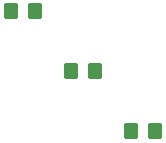
<source format=gbr>
%TF.GenerationSoftware,KiCad,Pcbnew,7.0.10*%
%TF.CreationDate,2024-02-04T14:41:23-08:00*%
%TF.ProjectId,514final,35313466-696e-4616-9c2e-6b696361645f,rev?*%
%TF.SameCoordinates,Original*%
%TF.FileFunction,Paste,Top*%
%TF.FilePolarity,Positive*%
%FSLAX46Y46*%
G04 Gerber Fmt 4.6, Leading zero omitted, Abs format (unit mm)*
G04 Created by KiCad (PCBNEW 7.0.10) date 2024-02-04 14:41:23*
%MOMM*%
%LPD*%
G01*
G04 APERTURE LIST*
G04 Aperture macros list*
%AMRoundRect*
0 Rectangle with rounded corners*
0 $1 Rounding radius*
0 $2 $3 $4 $5 $6 $7 $8 $9 X,Y pos of 4 corners*
0 Add a 4 corners polygon primitive as box body*
4,1,4,$2,$3,$4,$5,$6,$7,$8,$9,$2,$3,0*
0 Add four circle primitives for the rounded corners*
1,1,$1+$1,$2,$3*
1,1,$1+$1,$4,$5*
1,1,$1+$1,$6,$7*
1,1,$1+$1,$8,$9*
0 Add four rect primitives between the rounded corners*
20,1,$1+$1,$2,$3,$4,$5,0*
20,1,$1+$1,$4,$5,$6,$7,0*
20,1,$1+$1,$6,$7,$8,$9,0*
20,1,$1+$1,$8,$9,$2,$3,0*%
G04 Aperture macros list end*
%ADD10RoundRect,0.250000X-0.350000X-0.450000X0.350000X-0.450000X0.350000X0.450000X-0.350000X0.450000X0*%
G04 APERTURE END LIST*
D10*
%TO.C,R1*%
X220250000Y-107950000D03*
X222250000Y-107950000D03*
%TD*%
%TO.C,R3*%
X217170000Y-102870000D03*
X215170000Y-102870000D03*
%TD*%
%TO.C,R2*%
X212090000Y-97790000D03*
X210090000Y-97790000D03*
%TD*%
M02*

</source>
